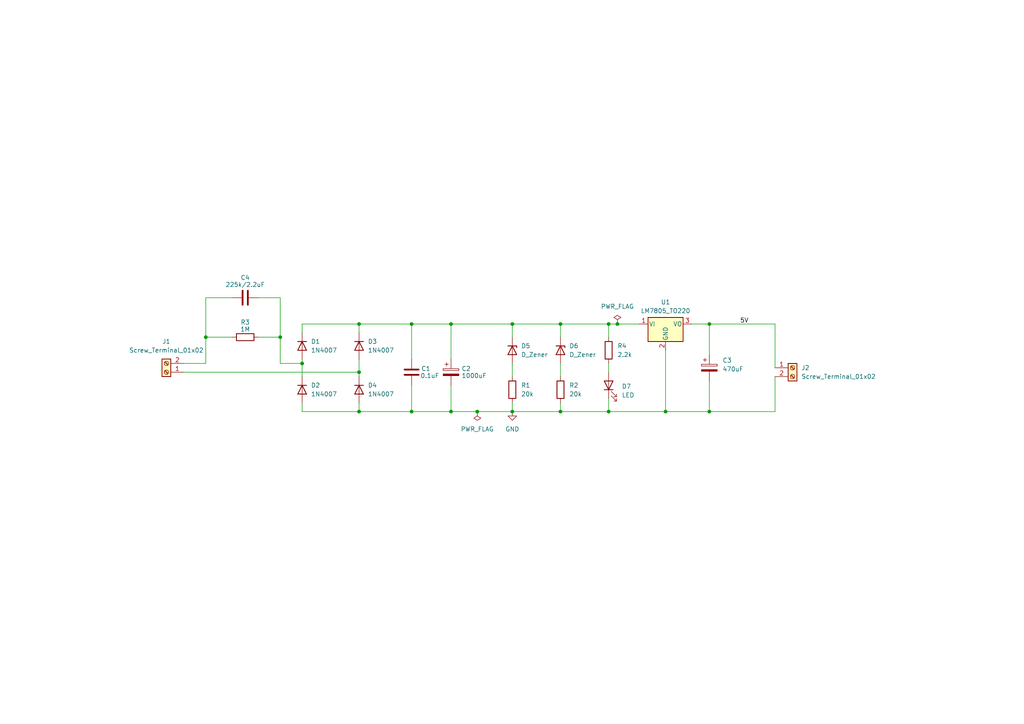
<source format=kicad_sch>
(kicad_sch (version 20250114) (generator "eeschema") (generator_version "9.0")
  (paper "A4")
  (title_block (title "Transformerless power supply") (date "2026-02-12") (comment 1 "Draw by- Murillo Horvath"))
  (lib_symbols
    (symbol "Connector:Screw_Terminal_01x02" (pin_names (offset 1.016) (hide yes))
      (property "Reference" "J" (at 0 2.54 0))
      (property "Value" "Screw_Terminal_01x02" (at 0 -5.08 0))
      (symbol "Screw_Terminal_01x02_1_1"
        (rectangle (start -1.27 1.27) (end 1.27 -3.81) (stroke (width 0.254)) (fill (type background)))
        (polyline (pts (xy -0.5334 0.3302) (xy 0.3302 -0.508)) (stroke (width 0.1524)))
        (polyline (pts (xy -0.5334 -2.2098) (xy 0.3302 -3.048)) (stroke (width 0.1524)))
        (polyline (pts (xy -0.3556 0.508) (xy 0.508 -0.3302)) (stroke (width 0.1524)))
        (polyline (pts (xy -0.3556 -2.032) (xy 0.508 -2.8702)) (stroke (width 0.1524)))
        (circle (center 0 0) (radius 0.635) (stroke (width 0.1524)))
        (circle (center 0 -2.54) (radius 0.635) (stroke (width 0.1524)))
        (pin passive line (at -5.08 0 0) (length 3.81) (name "Pin_1") (number "1"))
        (pin passive line (at -5.08 -2.54 0) (length 3.81) (name "Pin_2") (number "2"))
      )
    )
    (symbol "Device:C" (pin_numbers (hide yes)) (pin_names (offset 0.254))
      (property "Reference" "C" (at 0.635 2.54 0))
      (property "Value" "C" (at 0.635 -2.54 0))
      (symbol "C_0_1"
        (polyline (pts (xy -2.032 0.762) (xy 2.032 0.762)) (stroke (width 0.508)))
        (polyline (pts (xy -2.032 -0.762) (xy 2.032 -0.762)) (stroke (width 0.508)))
      )
      (symbol "C_1_1"
        (pin passive line (at 0 3.81 270) (length 2.794) (name "~") (number "1"))
        (pin passive line (at 0 -3.81 90) (length 2.794) (name "~") (number "2"))
      )
    )
    (symbol "Device:C_Polarized" (pin_numbers (hide yes)) (pin_names (offset 0.254))
      (property "Reference" "C" (at 0.635 2.54 0))
      (property "Value" "C_Polarized" (at 0.635 -2.54 0))
      (symbol "C_Polarized_0_1"
        (rectangle (start -2.286 0.508) (end 2.286 1.016))
        (polyline (pts (xy -1.778 2.286) (xy -0.762 2.286)))
        (polyline (pts (xy -1.27 2.794) (xy -1.27 1.778)))
        (rectangle (start 2.286 -0.508) (end -2.286 -1.016) (fill (type outline)))
      )
      (symbol "C_Polarized_1_1"
        (pin passive line (at 0 3.81 270) (length 2.794) (name "~") (number "1"))
        (pin passive line (at 0 -3.81 90) (length 2.794) (name "~") (number "2"))
      )
    )
    (symbol "Device:D_Zener" (pin_numbers (hide yes)) (pin_names (offset 1.016) (hide yes))
      (property "Reference" "D" (at 0 2.54 0))
      (property "Value" "D_Zener" (at 0 -2.54 0))
      (symbol "D_Zener_0_1"
        (polyline (pts (xy -1.27 -1.27) (xy -1.27 1.27) (xy -0.762 1.27)) (stroke (width 0.254)))
        (polyline (pts (xy 1.27 0) (xy -1.27 0)))
        (polyline (pts (xy 1.27 -1.27) (xy 1.27 1.27) (xy -1.27 0) (xy 1.27 -1.27)) (stroke (width 0.254)))
      )
      (symbol "D_Zener_1_1"
        (pin passive line (at -3.81 0 0) (length 2.54) (name "K") (number "1"))
        (pin passive line (at 3.81 0 180) (length 2.54) (name "A") (number "2"))
      )
    )
    (symbol "Device:LED" (pin_numbers (hide yes)) (pin_names (offset 1.016) (hide yes))
      (property "Reference" "D" (at 0 2.54 0))
      (property "Value" "LED" (at 0 -2.54 0))
      (symbol "LED_0_1"
        (polyline (pts (xy -3.048 -0.762) (xy -4.572 -2.286) (xy -3.81 -2.286) (xy -4.572 -2.286) (xy -4.572 -1.524)))
        (polyline (pts (xy -1.778 -0.762) (xy -3.302 -2.286) (xy -2.54 -2.286) (xy -3.302 -2.286) (xy -3.302 -1.524)))
        (polyline (pts (xy -1.27 0) (xy 1.27 0)))
        (polyline (pts (xy -1.27 -1.27) (xy -1.27 1.27)) (stroke (width 0.254)))
        (polyline (pts (xy 1.27 -1.27) (xy 1.27 1.27) (xy -1.27 0) (xy 1.27 -1.27)) (stroke (width 0.254)))
      )
      (symbol "LED_1_1"
        (pin passive line (at -3.81 0 0) (length 2.54) (name "K") (number "1"))
        (pin passive line (at 3.81 0 180) (length 2.54) (name "A") (number "2"))
      )
    )
    (symbol "Device:R" (pin_numbers (hide yes)) (pin_names (offset 0))
      (property "Reference" "R" (at 2.032 0 90))
      (property "Value" "R" (at 0 0 90))
      (symbol "R_0_1"
        (rectangle (start -1.016 -2.54) (end 1.016 2.54) (stroke (width 0.254)))
      )
      (symbol "R_1_1"
        (pin passive line (at 0 3.81 270) (length 1.27) (name "~") (number "1"))
        (pin passive line (at 0 -3.81 90) (length 1.27) (name "~") (number "2"))
      )
    )
    (symbol "Diode:1N4007" (pin_numbers (hide yes)) (pin_names (hide yes))
      (property "Reference" "D" (at 0 2.54 0))
      (property "Value" "1N4007" (at 0 -2.54 0))
      (symbol "1N4007_0_1"
        (polyline (pts (xy -1.27 1.27) (xy -1.27 -1.27)) (stroke (width 0.254)))
        (polyline (pts (xy 1.27 1.27) (xy 1.27 -1.27) (xy -1.27 0) (xy 1.27 1.27)) (stroke (width 0.254)))
        (polyline (pts (xy 1.27 0) (xy -1.27 0)))
      )
      (symbol "1N4007_1_1"
        (pin passive line (at -3.81 0 0) (length 2.54) (name "K") (number "1"))
        (pin passive line (at 3.81 0 180) (length 2.54) (name "A") (number "2"))
      )
    )
    (symbol "Regulator_Linear:LM7805_TO220" (pin_names (offset 0.254))
      (property "Reference" "U" (at -3.81 3.175 0))
      (property "Value" "LM7805_TO220" (at 0 3.175 0))
      (symbol "LM7805_TO220_0_1"
        (rectangle (start -5.08 1.905) (end 5.08 -5.08) (stroke (width 0.254)) (fill (type background)))
      )
      (symbol "LM7805_TO220_1_1"
        (pin power_in line (at -7.62 0 0) (length 2.54) (name "VI") (number "1"))
        (pin power_in line (at 0 -7.62 90) (length 2.54) (name "GND") (number "2"))
        (pin power_out line (at 7.62 0 180) (length 2.54) (name "VO") (number "3"))
      )
    )
    (symbol "power:GND" (power) (pin_numbers (hide yes)) (pin_names (offset 0) (hide yes))
      (property "Value" "GND" (at 0 -3.81 0))
      (symbol "GND_0_1"
        (polyline (pts (xy 0 0) (xy 0 -1.27) (xy 1.27 -1.27) (xy 0 -2.54) (xy -1.27 -1.27) (xy 0 -1.27)))
      )
      (symbol "GND_1_1"
        (pin power_in line (at 0 0 270) (length 0) (name "~") (number "1"))
      )
    )
    (symbol "power:PWR_FLAG" (power) (pin_numbers (hide yes)) (pin_names (offset 0) (hide yes))
      (property "Value" "PWR_FLAG" (at 0 3.81 0))
      (symbol "PWR_FLAG_0_0"
        (pin power_out line (at 0 0 90) (length 0) (name "~") (number "1"))
      )
      (symbol "PWR_FLAG_0_1"
        (polyline (pts (xy 0 0) (xy 0 1.27) (xy -1.016 1.905) (xy 0 2.54) (xy 1.016 1.905) (xy 0 1.27)))
      )
    )
  )
  (junction (at 87.63 105.41))
  (junction (at 162.56 119.38))
  (junction (at 104.14 107.95))
  (junction (at 130.81 119.38))
  (junction (at 130.81 93.98))
  (junction (at 193.04 119.38))
  (junction (at 59.69 97.79))
  (junction (at 148.59 119.38))
  (junction (at 148.59 93.98))
  (junction (at 104.14 93.98))
  (junction (at 119.38 93.98))
  (junction (at 119.38 119.38))
  (junction (at 176.53 93.98))
  (junction (at 138.43 119.38))
  (junction (at 205.74 93.98))
  (junction (at 162.56 93.98))
  (junction (at 176.53 119.38))
  (junction (at 179.07 93.98))
  (junction (at 104.14 119.38))
  (junction (at 81.28 97.79))
  (junction (at 205.74 119.38))
  (wire (pts (xy 162.56 105.41) (xy 162.56 109.22)))
  (wire (pts (xy 81.28 105.41) (xy 87.63 105.41)))
  (wire (pts (xy 176.53 119.38) (xy 193.04 119.38)))
  (wire (pts (xy 193.04 119.38) (xy 205.74 119.38)))
  (wire (pts (xy 67.31 97.79) (xy 59.69 97.79)))
  (wire (pts (xy 162.56 97.79) (xy 162.56 93.98)))
  (wire (pts (xy 59.69 97.79) (xy 59.69 105.41)))
  (wire (pts (xy 87.63 105.41) (xy 87.63 109.22)))
  (wire (pts (xy 59.69 97.79) (xy 59.69 86.36)))
  (wire (pts (xy 148.59 119.38) (xy 162.56 119.38)))
  (wire (pts (xy 81.28 97.79) (xy 81.28 105.41)))
  (wire (pts (xy 162.56 93.98) (xy 176.53 93.98)))
  (wire (pts (xy 104.14 119.38) (xy 104.14 116.84)))
  (wire (pts (xy 130.81 119.38) (xy 119.38 119.38)))
  (wire (pts (xy 224.79 93.98) (xy 205.74 93.98)))
  (wire (pts (xy 104.14 104.14) (xy 104.14 107.95)))
  (wire (pts (xy 205.74 102.87) (xy 205.74 93.98)))
  (wire (pts (xy 205.74 110.49) (xy 205.74 119.38)))
  (wire (pts (xy 87.63 96.52) (xy 87.63 93.98)))
  (wire (pts (xy 87.63 116.84) (xy 87.63 119.38)))
  (wire (pts (xy 224.79 119.38) (xy 205.74 119.38)))
  (wire (pts (xy 148.59 93.98) (xy 162.56 93.98)))
  (wire (pts (xy 148.59 119.38) (xy 138.43 119.38)))
  (wire (pts (xy 130.81 111.76) (xy 130.81 119.38)))
  (wire (pts (xy 200.66 93.98) (xy 205.74 93.98)))
  (wire (pts (xy 193.04 101.6) (xy 193.04 119.38)))
  (wire (pts (xy 148.59 93.98) (xy 130.81 93.98)))
  (wire (pts (xy 138.43 119.38) (xy 130.81 119.38)))
  (wire (pts (xy 119.38 104.14) (xy 119.38 93.98)))
  (wire (pts (xy 176.53 93.98) (xy 179.07 93.98)))
  (wire (pts (xy 176.53 119.38) (xy 162.56 119.38)))
  (wire (pts (xy 87.63 93.98) (xy 104.14 93.98)))
  (wire (pts (xy 59.69 86.36) (xy 67.31 86.36)))
  (wire (pts (xy 148.59 97.79) (xy 148.59 93.98)))
  (wire (pts (xy 176.53 105.41) (xy 176.53 107.95)))
  (wire (pts (xy 119.38 119.38) (xy 104.14 119.38)))
  (wire (pts (xy 81.28 86.36) (xy 74.93 86.36)))
  (wire (pts (xy 224.79 106.68) (xy 224.79 93.98)))
  (wire (pts (xy 176.53 115.57) (xy 176.53 119.38)))
  (wire (pts (xy 53.34 105.41) (xy 59.69 105.41)))
  (wire (pts (xy 179.07 93.98) (xy 185.42 93.98)))
  (wire (pts (xy 148.59 105.41) (xy 148.59 109.22)))
  (wire (pts (xy 119.38 111.76) (xy 119.38 119.38)))
  (wire (pts (xy 74.93 97.79) (xy 81.28 97.79)))
  (wire (pts (xy 130.81 104.14) (xy 130.81 93.98)))
  (wire (pts (xy 176.53 93.98) (xy 176.53 97.79)))
  (wire (pts (xy 53.34 107.95) (xy 104.14 107.95)))
  (wire (pts (xy 81.28 97.79) (xy 81.28 86.36)))
  (wire (pts (xy 148.59 116.84) (xy 148.59 119.38)))
  (wire (pts (xy 104.14 93.98) (xy 104.14 96.52)))
  (wire (pts (xy 87.63 119.38) (xy 104.14 119.38)))
  (wire (pts (xy 87.63 104.14) (xy 87.63 105.41)))
  (wire (pts (xy 119.38 93.98) (xy 104.14 93.98)))
  (wire (pts (xy 162.56 116.84) (xy 162.56 119.38)))
  (wire (pts (xy 130.81 93.98) (xy 119.38 93.98)))
  (wire (pts (xy 224.79 109.22) (xy 224.79 119.38)))
  (wire (pts (xy 104.14 109.22) (xy 104.14 107.95)))
  (label "5V" (at 214.63 93.98 0))
  (symbol (lib_id "Diode:1N4007") (at 87.63 113.03 270) (unit 1)
    (property "Reference" "D2" (at 90.17 111.7599 90) (effects (justify left)))
    (property "Value" "1N4007" (at 90.17 114.2999 90) (effects (justify left)))
    (property "Footprint" "Diode_THT:D_DO-41_SOD81_P10.16mm_Horizontal" (effects (hide yes)))
    (property "Datasheet" "http://www.vishay.com/docs/88503/1n4001.pdf" (effects (hide yes)))
    (property "Description" "1000V 1A General Purpose Rectifier Diode, DO-41" (effects (hide yes)))
    (property "Sim.Device" "D" (effects (hide yes)))
    (property "Sim.Pins" "1=K 2=A" (effects (hide yes)))
  )
  (symbol (lib_id "Diode:1N4007") (at 87.63 100.33 270) (unit 1)
    (property "Reference" "D1" (at 90.17 99.0599 90) (effects (justify left)))
    (property "Value" "1N4007" (at 90.17 101.5999 90) (effects (justify left)))
    (property "Footprint" "Diode_THT:D_DO-41_SOD81_P10.16mm_Horizontal" (effects (hide yes)))
    (property "Datasheet" "http://www.vishay.com/docs/88503/1n4001.pdf" (effects (hide yes)))
    (property "Description" "1000V 1A General Purpose Rectifier Diode, DO-41" (effects (hide yes)))
    (property "Sim.Device" "D" (effects (hide yes)))
    (property "Sim.Pins" "1=K 2=A" (effects (hide yes)))
  )
  (symbol (lib_id "Device:R") (at 148.59 113.03 0) (unit 1)
    (property "Reference" "R1" (at 151.13 111.7599 0) (effects (justify left)))
    (property "Value" "20k" (at 151.13 114.2999 0) (effects (justify left)))
    (property "Footprint" "Resistor_THT:R_Axial_DIN0207_L6.3mm_D2.5mm_P7.62mm_Horizontal" (effects (hide yes)))
    (property "Description" "Resistor" (effects (hide yes)))
  )
  (symbol (lib_id "Connector:Screw_Terminal_01x02") (at 48.26 107.95 180) (unit 1)
    (property "Reference" "J1" (at 48.26 99.06 0))
    (property "Value" "Screw_Terminal_01x02" (at 48.26 101.6 0))
    (property "Footprint" "TerminalBlock:TerminalBlock_MaiXu_MX126-5.0-02P_1x02_P5.00mm" (effects (hide yes)))
    (property "Description" "Generic screw terminal, single row, 01x02, script generated (kicad-library-utils/schlib/autogen/connector/)" (effects (hide yes)))
  )
  (symbol (lib_id "Device:C") (at 119.38 107.95 0) (unit 1)
    (property "Reference" "C1" (at 122.174 106.934 0) (effects (justify left)))
    (property "Value" "0.1uF" (at 121.92 108.966 0) (effects (justify left)))
    (property "Footprint" "Capacitor_THT:C_Disc_D4.7mm_W2.5mm_P5.00mm" (effects (hide yes)))
    (property "Description" "Unpolarized capacitor" (effects (hide yes)))
  )
  (symbol (lib_id "Regulator_Linear:LM7805_TO220") (at 193.04 93.98 0) (unit 1)
    (property "Reference" "U1" (at 193.04 87.63 0))
    (property "Value" "LM7805_TO220" (at 193.04 90.17 0))
    (property "Footprint" "Package_TO_SOT_THT:TO-220-3_Vertical" (effects (hide yes)))
    (property "Datasheet" "https://www.onsemi.cn/PowerSolutions/document/MC7800-D.PDF" (effects (hide yes)))
    (property "Description" "Positive 1A 35V Linear Regulator, Fixed Output 5V, TO-220" (effects (hide yes)))
  )
  (symbol (lib_id "Device:C") (at 71.12 86.36 90) (unit 1)
    (property "Reference" "C4" (at 71.12 80.518 90))
    (property "Value" "225k/2.2uF" (at 71.12 82.55 90))
    (property "Footprint" "Capacitor_THT:C_Rect_L18.0mm_W6.0mm_P15.00mm_FKS3_FKP3" (effects (hide yes)))
    (property "Description" "Unpolarized capacitor" (effects (hide yes)))
  )
  (symbol (lib_id "Device:D_Zener") (at 162.56 101.6 270) (unit 1)
    (property "Reference" "D6" (at 165.1 100.3299 90) (effects (justify left)))
    (property "Value" "D_Zener" (at 165.1 102.8699 90) (effects (justify left)))
    (property "Footprint" "Diode_THT:D_A-405_P7.62mm_Horizontal" (effects (hide yes)))
    (property "Description" "Zener diode" (effects (hide yes)))
  )
  (symbol (lib_id "Diode:1N4007") (at 104.14 100.33 270) (unit 1)
    (property "Reference" "D3" (at 106.68 99.0599 90) (effects (justify left)))
    (property "Value" "1N4007" (at 106.68 101.5999 90) (effects (justify left)))
    (property "Footprint" "Diode_THT:D_DO-41_SOD81_P10.16mm_Horizontal" (effects (hide yes)))
    (property "Datasheet" "http://www.vishay.com/docs/88503/1n4001.pdf" (effects (hide yes)))
    (property "Description" "1000V 1A General Purpose Rectifier Diode, DO-41" (effects (hide yes)))
    (property "Sim.Device" "D" (effects (hide yes)))
    (property "Sim.Pins" "1=K 2=A" (effects (hide yes)))
  )
  (symbol (lib_id "Device:R") (at 71.12 97.79 90) (unit 1)
    (property "Reference" "R3" (at 71.12 93.472 90))
    (property "Value" "1M" (at 71.12 95.504 90))
    (property "Footprint" "Resistor_THT:R_Axial_DIN0207_L6.3mm_D2.5mm_P7.62mm_Horizontal" (effects (hide yes)))
    (property "Description" "Resistor" (effects (hide yes)))
  )
  (symbol (lib_id "Diode:1N4007") (at 104.14 113.03 270) (unit 1)
    (property "Reference" "D4" (at 106.68 111.7599 90) (effects (justify left)))
    (property "Value" "1N4007" (at 106.68 114.2999 90) (effects (justify left)))
    (property "Footprint" "Diode_THT:D_DO-41_SOD81_P10.16mm_Horizontal" (effects (hide yes)))
    (property "Datasheet" "http://www.vishay.com/docs/88503/1n4001.pdf" (effects (hide yes)))
    (property "Description" "1000V 1A General Purpose Rectifier Diode, DO-41" (effects (hide yes)))
    (property "Sim.Device" "D" (effects (hide yes)))
    (property "Sim.Pins" "1=K 2=A" (effects (hide yes)))
  )
  (symbol (lib_id "Device:R") (at 176.53 101.6 0) (unit 1)
    (property "Reference" "R4" (at 179.07 100.3299 0) (effects (justify left)))
    (property "Value" "2.2k" (at 179.07 102.8699 0) (effects (justify left)))
    (property "Footprint" "Resistor_THT:R_Axial_DIN0207_L6.3mm_D2.5mm_P7.62mm_Horizontal" (effects (hide yes)))
    (property "Description" "Resistor" (effects (hide yes)))
  )
  (symbol (lib_id "Device:C_Polarized") (at 130.81 107.95 0) (unit 1)
    (property "Reference" "C2" (at 133.858 106.934 0) (effects (justify left)))
    (property "Value" "1000uF" (at 133.858 108.966 0) (effects (justify left)))
    (property "Footprint" "Capacitor_THT:CP_Radial_D10.0mm_P5.00mm" (effects (hide yes)))
    (property "Description" "Polarized capacitor" (effects (hide yes)))
  )
  (symbol (lib_id "power:PWR_FLAG") (at 179.07 93.98 0) (unit 1)
    (property "Reference" "#FLG01" (effects (hide yes)))
    (property "Value" "PWR_FLAG" (at 179.07 88.9 0))
    (property "Description" "Special symbol for telling ERC where power comes from" (effects (hide yes)))
  )
  (symbol (lib_id "Device:D_Zener") (at 148.59 101.6 270) (unit 1)
    (property "Reference" "D5" (at 151.13 100.3299 90) (effects (justify left)))
    (property "Value" "D_Zener" (at 151.13 102.8699 90) (effects (justify left)))
    (property "Footprint" "Diode_THT:D_A-405_P7.62mm_Horizontal" (effects (hide yes)))
    (property "Description" "Zener diode" (effects (hide yes)))
  )
  (symbol (lib_id "Connector:Screw_Terminal_01x02") (at 229.87 106.68 0) (unit 1)
    (property "Reference" "J2" (at 232.41 106.6799 0) (effects (justify left)))
    (property "Value" "Screw_Terminal_01x02" (at 232.41 109.2199 0) (effects (justify left)))
    (property "Footprint" "TerminalBlock:TerminalBlock_MaiXu_MX126-5.0-02P_1x02_P5.00mm" (effects (hide yes)))
    (property "Description" "Generic screw terminal, single row, 01x02, script generated (kicad-library-utils/schlib/autogen/connector/)" (effects (hide yes)))
  )
  (symbol (lib_id "Device:R") (at 162.56 113.03 0) (unit 1)
    (property "Reference" "R2" (at 165.1 111.7599 0) (effects (justify left)))
    (property "Value" "20k" (at 165.1 114.2999 0) (effects (justify left)))
    (property "Footprint" "Resistor_THT:R_Axial_DIN0207_L6.3mm_D2.5mm_P7.62mm_Horizontal" (effects (hide yes)))
    (property "Description" "Resistor" (effects (hide yes)))
  )
  (symbol (lib_id "Device:LED") (at 176.53 111.76 90) (unit 1)
    (property "Reference" "D7" (at 180.34 112.0774 90) (effects (justify right)))
    (property "Value" "LED" (at 180.34 114.6174 90) (effects (justify right)))
    (property "Footprint" "LED_THT:LED_D5.0mm" (effects (hide yes)))
    (property "Description" "Light emitting diode" (effects (hide yes)))
    (property "Sim.Pins" "1=K 2=A" (effects (hide yes)))
  )
  (symbol (lib_id "Device:C_Polarized") (at 205.74 106.68 0) (unit 1)
    (property "Reference" "C3" (at 209.55 104.5209 0) (effects (justify left)))
    (property "Value" "470uF" (at 209.55 107.0609 0) (effects (justify left)))
    (property "Footprint" "Capacitor_THT:CP_Radial_D10.0mm_P3.80mm" (effects (hide yes)))
    (property "Description" "Polarized capacitor" (effects (hide yes)))
  )
  (symbol (lib_id "power:PWR_FLAG") (at 138.43 119.38 180) (unit 1)
    (property "Reference" "#FLG02" (effects (hide yes)))
    (property "Value" "PWR_FLAG" (at 138.43 124.46 0))
    (property "Description" "Special symbol for telling ERC where power comes from" (effects (hide yes)))
  )
  (symbol (lib_id "power:GND") (at 148.59 119.38 0) (unit 1)
    (property "Reference" "#PWR01" (effects (hide yes)))
    (property "Value" "GND" (at 148.59 124.46 0))
    (property "Description" "Power symbol creates a global label with name \"GND\" , ground" (effects (hide yes)))
  )
)
</source>
